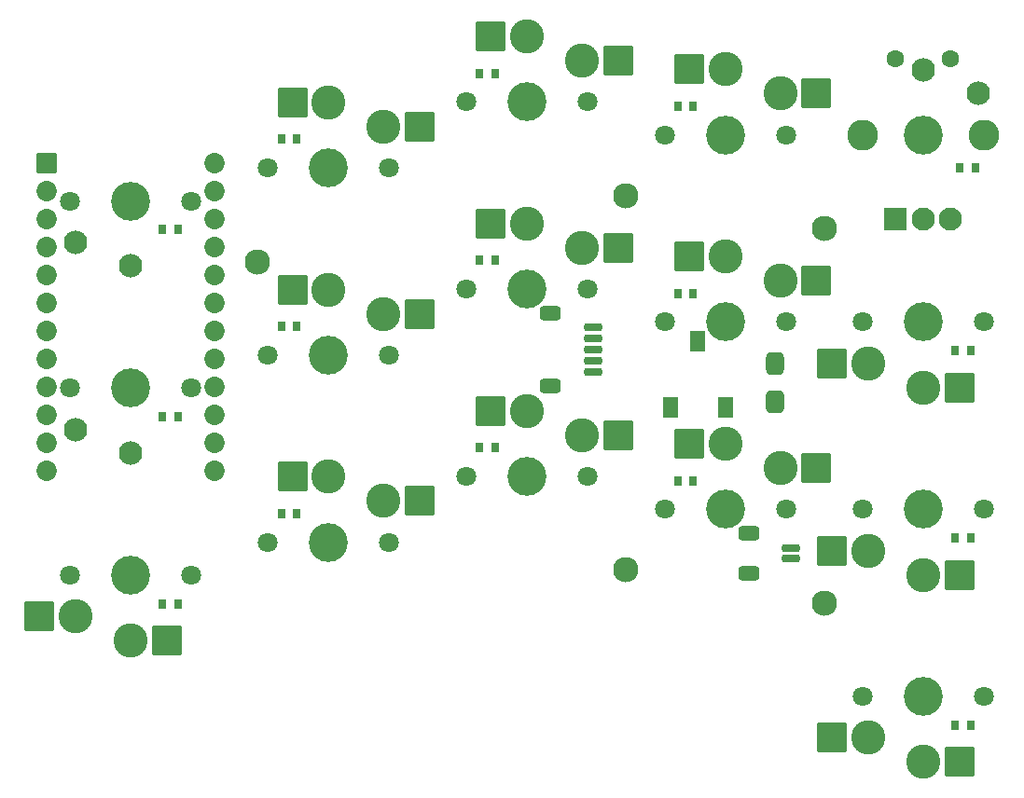
<source format=gbr>
%TF.GenerationSoftware,KiCad,Pcbnew,(7.0.0-0)*%
%TF.CreationDate,2023-06-15T18:29:18+08:00*%
%TF.ProjectId,right,72696768-742e-46b6-9963-61645f706362,v1.0.0*%
%TF.SameCoordinates,Original*%
%TF.FileFunction,Soldermask,Bot*%
%TF.FilePolarity,Negative*%
%FSLAX46Y46*%
G04 Gerber Fmt 4.6, Leading zero omitted, Abs format (unit mm)*
G04 Created by KiCad (PCBNEW (7.0.0-0)) date 2023-06-15 18:29:18*
%MOMM*%
%LPD*%
G01*
G04 APERTURE LIST*
G04 Aperture macros list*
%AMRoundRect*
0 Rectangle with rounded corners*
0 $1 Rounding radius*
0 $2 $3 $4 $5 $6 $7 $8 $9 X,Y pos of 4 corners*
0 Add a 4 corners polygon primitive as box body*
4,1,4,$2,$3,$4,$5,$6,$7,$8,$9,$2,$3,0*
0 Add four circle primitives for the rounded corners*
1,1,$1+$1,$2,$3*
1,1,$1+$1,$4,$5*
1,1,$1+$1,$6,$7*
1,1,$1+$1,$8,$9*
0 Add four rect primitives between the rounded corners*
20,1,$1+$1,$2,$3,$4,$5,0*
20,1,$1+$1,$4,$5,$6,$7,0*
20,1,$1+$1,$6,$7,$8,$9,0*
20,1,$1+$1,$8,$9,$2,$3,0*%
G04 Aperture macros list end*
%ADD10C,3.529000*%
%ADD11C,1.801800*%
%ADD12C,2.132000*%
%ADD13RoundRect,0.050000X-0.300000X-0.350000X0.300000X-0.350000X0.300000X0.350000X-0.300000X0.350000X0*%
%ADD14RoundRect,0.050000X1.000000X-1.000000X1.000000X1.000000X-1.000000X1.000000X-1.000000X-1.000000X0*%
%ADD15C,2.100000*%
%ADD16C,1.600000*%
%ADD17C,2.801800*%
%ADD18RoundRect,0.050000X0.300000X0.350000X-0.300000X0.350000X-0.300000X-0.350000X0.300000X-0.350000X0*%
%ADD19RoundRect,0.050000X0.600000X0.900000X-0.600000X0.900000X-0.600000X-0.900000X0.600000X-0.900000X0*%
%ADD20RoundRect,0.431000X0.381000X-0.619000X0.381000X0.619000X-0.381000X0.619000X-0.381000X-0.619000X0*%
%ADD21RoundRect,0.428000X0.378000X-0.622000X0.378000X0.622000X-0.378000X0.622000X-0.378000X-0.622000X0*%
%ADD22RoundRect,0.050000X-0.876300X0.876300X-0.876300X-0.876300X0.876300X-0.876300X0.876300X0.876300X0*%
%ADD23C,1.852600*%
%ADD24RoundRect,0.200000X0.625000X-0.150000X0.625000X0.150000X-0.625000X0.150000X-0.625000X-0.150000X0*%
%ADD25RoundRect,0.300000X0.650000X-0.350000X0.650000X0.350000X-0.650000X0.350000X-0.650000X-0.350000X0*%
%ADD26C,2.300000*%
%ADD27C,3.100000*%
%ADD28RoundRect,0.050000X-1.300000X-1.300000X1.300000X-1.300000X1.300000X1.300000X-1.300000X1.300000X0*%
G04 APERTURE END LIST*
D10*
%TO.C,S1*%
X0Y34000000D03*
D11*
X5500000Y34000000D03*
X-5500000Y34000000D03*
D12*
X-5000000Y30200000D03*
X0Y28100000D03*
%TD*%
D13*
%TO.C,D1*%
X2900000Y31400000D03*
X4300000Y31400000D03*
%TD*%
D10*
%TO.C,S2*%
X0Y17000000D03*
D11*
X5500000Y17000000D03*
X-5500000Y17000000D03*
D12*
X-5000000Y13200000D03*
X0Y11100000D03*
%TD*%
D13*
%TO.C,D2*%
X2900000Y14400000D03*
X4300000Y14400000D03*
%TD*%
D14*
%TO.C,ROT1*%
X69460000Y32380000D03*
D15*
X71960000Y32380000D03*
X74460000Y32380000D03*
D16*
X69460000Y46880000D03*
X74460000Y46880000D03*
D10*
X72000000Y40000000D03*
D17*
X77500000Y40000000D03*
X66500000Y40000000D03*
D12*
X77000000Y43800000D03*
X72000000Y45900000D03*
%TD*%
D18*
%TO.C,D3*%
X76700000Y37000000D03*
X75300000Y37000000D03*
%TD*%
D19*
%TO.C,SS1*%
X54000000Y15250000D03*
X51500000Y21250000D03*
X49000000Y15250000D03*
%TD*%
D20*
%TO.C,SB1*%
X58500000Y15750000D03*
D21*
X58500000Y19250000D03*
%TD*%
D22*
%TO.C,MCU1*%
X-7620000Y37470000D03*
D23*
X-7620000Y34930000D03*
X-7620000Y32390000D03*
X-7620000Y29850000D03*
X-7620000Y27310000D03*
X-7620000Y24770000D03*
X-7620000Y22230000D03*
X-7620000Y19690000D03*
X-7620000Y17150000D03*
X-7620000Y14610000D03*
X-7620000Y12070000D03*
X-7620000Y9530000D03*
X7620000Y37470000D03*
X7620000Y34930000D03*
X7620000Y32390000D03*
X7620000Y29850000D03*
X7620000Y27310000D03*
X7620000Y24770000D03*
X7620000Y22230000D03*
X7620000Y19690000D03*
X7620000Y17150000D03*
X7620000Y14610000D03*
X7620000Y12070000D03*
X7620000Y9530000D03*
%TD*%
D24*
%TO.C,JB1*%
X60000000Y2500000D03*
X60000000Y1500000D03*
D25*
X56125000Y3800000D03*
X56125000Y200000D03*
%TD*%
D24*
%TO.C,JC1*%
X42000000Y22500000D03*
X42000000Y21500000D03*
X42000000Y20500000D03*
X42000000Y19500000D03*
X42000000Y18500000D03*
D25*
X38125000Y17200000D03*
X38125000Y23800000D03*
%TD*%
D26*
%TO.C,H1*%
X11500000Y28500000D03*
%TD*%
%TO.C,H2*%
X45000000Y34500000D03*
%TD*%
%TO.C,H3*%
X45000000Y500000D03*
%TD*%
%TO.C,H4*%
X63000000Y31500000D03*
%TD*%
%TO.C,H5*%
X63000000Y-2500000D03*
%TD*%
D10*
%TO.C,S3*%
X72000000Y23000000D03*
D11*
X77500000Y23000000D03*
X66500000Y23000000D03*
D27*
X67000000Y19250000D03*
X72000000Y17050000D03*
D28*
X75275000Y17050000D03*
X63725000Y19250000D03*
%TD*%
D13*
%TO.C,D4*%
X74900000Y20400000D03*
X76300000Y20400000D03*
%TD*%
D10*
%TO.C,S4*%
X72000000Y6000000D03*
D11*
X77500000Y6000000D03*
X66500000Y6000000D03*
D27*
X67000000Y2250000D03*
X72000000Y50000D03*
D28*
X75275000Y50000D03*
X63725000Y2250000D03*
%TD*%
D13*
%TO.C,D5*%
X74900000Y3400000D03*
X76300000Y3400000D03*
%TD*%
D10*
%TO.C,S5*%
X72000000Y-11000000D03*
D11*
X77500000Y-11000000D03*
X66500000Y-11000000D03*
D27*
X67000000Y-14750000D03*
X72000000Y-16950000D03*
D28*
X75275000Y-16950000D03*
X63725000Y-14750000D03*
%TD*%
D13*
%TO.C,D6*%
X74900000Y-13600000D03*
X76300000Y-13600000D03*
%TD*%
D10*
%TO.C,S6*%
X54000000Y40000000D03*
D11*
X48500000Y40000000D03*
X59500000Y40000000D03*
D27*
X59000000Y43750000D03*
X54000000Y45950000D03*
D28*
X50725000Y45950000D03*
X62275000Y43750000D03*
%TD*%
D18*
%TO.C,D7*%
X51100000Y42600000D03*
X49700000Y42600000D03*
%TD*%
D10*
%TO.C,S7*%
X54000000Y23000000D03*
D11*
X48500000Y23000000D03*
X59500000Y23000000D03*
D27*
X59000000Y26750000D03*
X54000000Y28950000D03*
D28*
X50725000Y28950000D03*
X62275000Y26750000D03*
%TD*%
D18*
%TO.C,D8*%
X51100000Y25600000D03*
X49700000Y25600000D03*
%TD*%
D10*
%TO.C,S8*%
X54000000Y6000000D03*
D11*
X48500000Y6000000D03*
X59500000Y6000000D03*
D27*
X59000000Y9750000D03*
X54000000Y11950000D03*
D28*
X50725000Y11950000D03*
X62275000Y9750000D03*
%TD*%
D18*
%TO.C,D9*%
X51100000Y8600000D03*
X49700000Y8600000D03*
%TD*%
D10*
%TO.C,S9*%
X36000000Y43000000D03*
D11*
X30500000Y43000000D03*
X41500000Y43000000D03*
D27*
X41000000Y46750000D03*
X36000000Y48950000D03*
D28*
X32725000Y48950000D03*
X44275000Y46750000D03*
%TD*%
D18*
%TO.C,D10*%
X33100000Y45600000D03*
X31700000Y45600000D03*
%TD*%
D10*
%TO.C,S10*%
X36000000Y26000000D03*
D11*
X30500000Y26000000D03*
X41500000Y26000000D03*
D27*
X41000000Y29750000D03*
X36000000Y31950000D03*
D28*
X32725000Y31950000D03*
X44275000Y29750000D03*
%TD*%
D18*
%TO.C,D11*%
X33100000Y28600000D03*
X31700000Y28600000D03*
%TD*%
D10*
%TO.C,S11*%
X36000000Y9000000D03*
D11*
X30500000Y9000000D03*
X41500000Y9000000D03*
D27*
X41000000Y12750000D03*
X36000000Y14950000D03*
D28*
X32725000Y14950000D03*
X44275000Y12750000D03*
%TD*%
D18*
%TO.C,D12*%
X33100000Y11600000D03*
X31700000Y11600000D03*
%TD*%
D10*
%TO.C,S12*%
X18000000Y37000000D03*
D11*
X12500000Y37000000D03*
X23500000Y37000000D03*
D27*
X23000000Y40750000D03*
X18000000Y42950000D03*
D28*
X14725000Y42950000D03*
X26275000Y40750000D03*
%TD*%
D18*
%TO.C,D13*%
X15100000Y39600000D03*
X13700000Y39600000D03*
%TD*%
D10*
%TO.C,S13*%
X18000000Y20000000D03*
D11*
X12500000Y20000000D03*
X23500000Y20000000D03*
D27*
X23000000Y23750000D03*
X18000000Y25950000D03*
D28*
X14725000Y25950000D03*
X26275000Y23750000D03*
%TD*%
D18*
%TO.C,D14*%
X15100000Y22600000D03*
X13700000Y22600000D03*
%TD*%
D10*
%TO.C,S14*%
X18000000Y3000000D03*
D11*
X12500000Y3000000D03*
X23500000Y3000000D03*
D27*
X23000000Y6750000D03*
X18000000Y8950000D03*
D28*
X14725000Y8950000D03*
X26275000Y6750000D03*
%TD*%
D18*
%TO.C,D15*%
X15100000Y5600000D03*
X13700000Y5600000D03*
%TD*%
D10*
%TO.C,S15*%
X0Y0D03*
D11*
X5500000Y0D03*
X-5500000Y0D03*
D27*
X-5000000Y-3750000D03*
X0Y-5950000D03*
D28*
X3275000Y-5950000D03*
X-8275000Y-3750000D03*
%TD*%
D13*
%TO.C,D16*%
X2900000Y-2600000D03*
X4300000Y-2600000D03*
%TD*%
M02*

</source>
